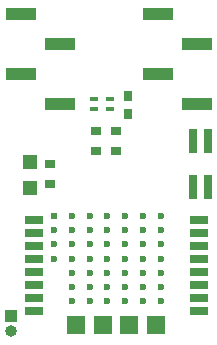
<source format=gbr>
%TF.GenerationSoftware,KiCad,Pcbnew,(6.0.0)*%
%TF.CreationDate,2022-01-17T14:04:50+01:00*%
%TF.ProjectId,LoraTrigger,4c6f7261-5472-4696-9767-65722e6b6963,rev?*%
%TF.SameCoordinates,Original*%
%TF.FileFunction,Soldermask,Top*%
%TF.FilePolarity,Negative*%
%FSLAX46Y46*%
G04 Gerber Fmt 4.6, Leading zero omitted, Abs format (unit mm)*
G04 Created by KiCad (PCBNEW (6.0.0)) date 2022-01-17 14:04:50*
%MOMM*%
%LPD*%
G01*
G04 APERTURE LIST*
%ADD10R,1.498600X0.698500*%
%ADD11C,0.599440*%
%ADD12R,0.599440X0.599440*%
%ADD13R,1.498600X1.498600*%
%ADD14R,0.740000X2.000000*%
%ADD15R,1.000000X1.000000*%
%ADD16O,1.000000X1.000000*%
%ADD17R,1.200000X1.200000*%
%ADD18R,0.900000X0.700000*%
%ADD19R,2.510000X1.000000*%
%ADD20R,0.700000X0.300000*%
%ADD21R,0.750000X0.900000*%
G04 APERTURE END LIST*
D10*
X116100000Y-79698560D03*
X116100000Y-78598740D03*
X116100000Y-77498920D03*
X116100000Y-76399100D03*
X116100000Y-75299280D03*
X116100000Y-74199460D03*
X116100000Y-73099640D03*
X116100000Y-71999820D03*
X102102060Y-71999820D03*
X102102060Y-73099640D03*
X102102060Y-74199460D03*
X102102060Y-75299280D03*
X102102060Y-76399100D03*
X102102060Y-77498920D03*
X102102060Y-78598740D03*
X102102060Y-79698560D03*
D11*
X111350200Y-78898460D03*
X111350200Y-77699580D03*
X111350200Y-76498160D03*
X111350200Y-75299280D03*
X111350200Y-74097860D03*
X111350200Y-72898980D03*
X111350200Y-71697560D03*
X109851600Y-78898460D03*
X109851600Y-77699580D03*
X109851600Y-76498160D03*
X109851600Y-75299280D03*
X109851600Y-74097860D03*
X109851600Y-72898980D03*
X109851600Y-71697560D03*
X108350460Y-78898460D03*
X108350460Y-77699580D03*
X108350460Y-76498160D03*
X108350460Y-75299280D03*
X108350460Y-74097860D03*
X108350460Y-72898980D03*
X108350460Y-71697560D03*
X106851860Y-78898460D03*
X106851860Y-77699580D03*
X106851860Y-76498160D03*
X106851860Y-75299280D03*
X106851860Y-74097860D03*
X106851860Y-72898980D03*
X106851860Y-71697560D03*
X105350720Y-78898460D03*
X105350720Y-77699580D03*
X105350720Y-76498160D03*
X105350720Y-75299280D03*
X105350720Y-74097860D03*
X105350720Y-72898980D03*
X105350720Y-71697560D03*
X103852120Y-75297860D03*
X103852120Y-74097860D03*
X103852120Y-72898980D03*
D12*
X103852120Y-71697560D03*
D13*
X112470340Y-80899980D03*
X110222440Y-80899980D03*
X107972000Y-80899980D03*
X105721560Y-80899980D03*
D11*
X112851340Y-78898460D03*
X112851340Y-77699580D03*
X112851340Y-76498160D03*
X112851340Y-75299280D03*
X112851340Y-74097860D03*
X112851340Y-72898980D03*
X112851340Y-71697560D03*
D14*
X115565000Y-69250000D03*
X115565000Y-65350000D03*
X116835000Y-69250000D03*
X116835000Y-65350000D03*
D15*
X100200000Y-80150000D03*
D16*
X100200000Y-81420000D03*
D17*
X101800000Y-67150000D03*
X101800000Y-69350000D03*
D18*
X103500000Y-67250000D03*
X103500000Y-68950000D03*
X109100000Y-66208579D03*
X109100000Y-64508579D03*
X107400000Y-66208579D03*
X107400000Y-64508579D03*
D19*
X101045000Y-54590000D03*
X104355000Y-57130000D03*
X101045000Y-59670000D03*
X104355000Y-62210000D03*
X112645000Y-54590000D03*
X115955000Y-57130000D03*
X112645000Y-59670000D03*
X115955000Y-62210000D03*
D20*
X107200000Y-61800000D03*
X107200000Y-62600000D03*
X108600000Y-62600000D03*
X108600000Y-61800000D03*
D21*
X110100000Y-63100000D03*
X110100000Y-61500000D03*
M02*

</source>
